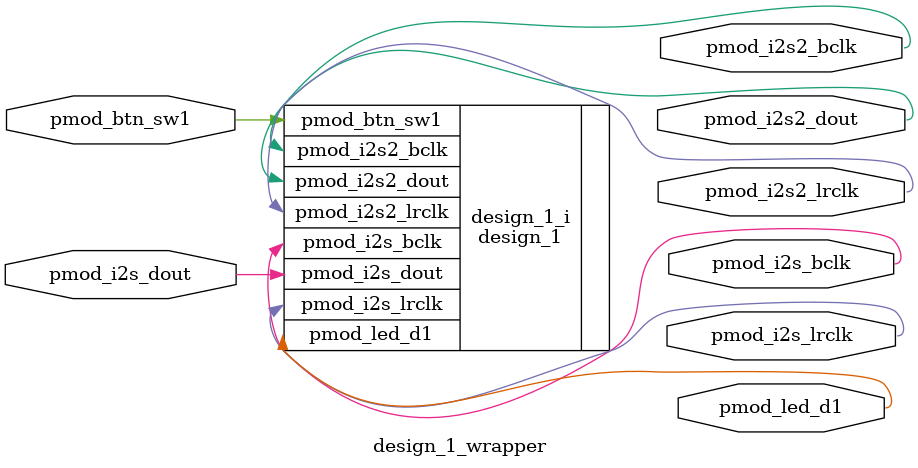
<source format=v>
`timescale 1 ps / 1 ps

module design_1_wrapper
   (pmod_btn_sw1,
    pmod_i2s2_bclk,
    pmod_i2s2_dout,
    pmod_i2s2_lrclk,
    pmod_i2s_bclk,
    pmod_i2s_dout,
    pmod_i2s_lrclk,
    pmod_led_d1);
  input pmod_btn_sw1;
  output pmod_i2s2_bclk;
  output pmod_i2s2_dout;
  output pmod_i2s2_lrclk;
  output pmod_i2s_bclk;
  input pmod_i2s_dout;
  output pmod_i2s_lrclk;
  output pmod_led_d1;

  wire pmod_btn_sw1;
  wire pmod_i2s2_bclk;
  wire pmod_i2s2_dout;
  wire pmod_i2s2_lrclk;
  wire pmod_i2s_bclk;
  wire pmod_i2s_dout;
  wire pmod_i2s_lrclk;
  wire pmod_led_d1;

  design_1 design_1_i
       (.pmod_btn_sw1(pmod_btn_sw1),
        .pmod_i2s2_bclk(pmod_i2s2_bclk),
        .pmod_i2s2_dout(pmod_i2s2_dout),
        .pmod_i2s2_lrclk(pmod_i2s2_lrclk),
        .pmod_i2s_bclk(pmod_i2s_bclk),
        .pmod_i2s_dout(pmod_i2s_dout),
        .pmod_i2s_lrclk(pmod_i2s_lrclk),
        .pmod_led_d1(pmod_led_d1));
endmodule

</source>
